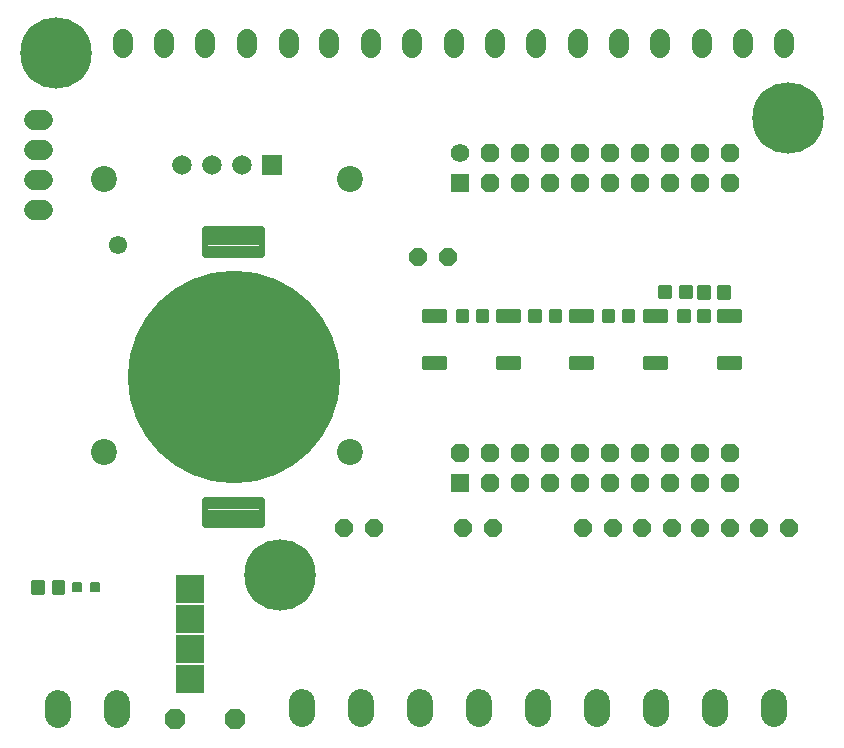
<source format=gbs>
G75*
%MOIN*%
%OFA0B0*%
%FSLAX24Y24*%
%IPPOS*%
%LPD*%
%AMOC8*
5,1,8,0,0,1.08239X$1,22.5*
%
%ADD10C,0.0858*%
%ADD11C,0.2380*%
%ADD12R,0.0940X0.0940*%
%ADD13C,0.0071*%
%ADD14C,0.0087*%
%ADD15OC8,0.0616*%
%ADD16R,0.0616X0.0616*%
%ADD17C,0.0616*%
%ADD18OC8,0.0572*%
%ADD19C,0.0653*%
%ADD20C,0.0088*%
%ADD21C,0.7088*%
%ADD22C,0.0213*%
%ADD23R,0.0653X0.0653*%
%ADD24C,0.0653*%
%ADD25C,0.0866*%
%ADD26OC8,0.0693*%
%ADD27C,0.0660*%
%ADD28C,0.0091*%
%ADD29C,0.0610*%
D10*
X002307Y002921D02*
X002307Y003311D01*
X004277Y003311D02*
X004277Y002921D01*
X010431Y002947D02*
X010431Y003337D01*
X012401Y003337D02*
X012401Y002947D01*
X014371Y002947D02*
X014371Y003337D01*
X016341Y003337D02*
X016341Y002947D01*
X018311Y002947D02*
X018311Y003337D01*
X020281Y003337D02*
X020281Y002947D01*
X022251Y002947D02*
X022251Y003337D01*
X024221Y003337D02*
X024221Y002947D01*
X026191Y002947D02*
X026191Y003337D01*
D11*
X009715Y007566D03*
X026644Y022814D03*
X002235Y024979D03*
D12*
X006715Y007118D03*
X006715Y006118D03*
X006715Y005118D03*
X006715Y004118D03*
D13*
X003398Y007030D02*
X003398Y007314D01*
X003682Y007314D01*
X003682Y007030D01*
X003398Y007030D01*
X003398Y007100D02*
X003682Y007100D01*
X003682Y007170D02*
X003398Y007170D01*
X003398Y007240D02*
X003682Y007240D01*
X003682Y007310D02*
X003398Y007310D01*
X002807Y007314D02*
X002807Y007030D01*
X002807Y007314D02*
X003091Y007314D01*
X003091Y007030D01*
X002807Y007030D01*
X002807Y007100D02*
X003091Y007100D01*
X003091Y007170D02*
X002807Y007170D01*
X002807Y007240D02*
X003091Y007240D01*
X003091Y007310D02*
X002807Y007310D01*
D14*
X002474Y006979D02*
X002126Y006979D01*
X002126Y007365D01*
X002474Y007365D01*
X002474Y006979D01*
X002474Y007065D02*
X002126Y007065D01*
X002126Y007151D02*
X002474Y007151D01*
X002474Y007237D02*
X002126Y007237D01*
X002126Y007323D02*
X002474Y007323D01*
X001804Y006979D02*
X001456Y006979D01*
X001456Y007365D01*
X001804Y007365D01*
X001804Y006979D01*
X001804Y007065D02*
X001456Y007065D01*
X001456Y007151D02*
X001804Y007151D01*
X001804Y007237D02*
X001456Y007237D01*
X001456Y007323D02*
X001804Y007323D01*
X015597Y016420D02*
X015945Y016420D01*
X015945Y016034D01*
X015597Y016034D01*
X015597Y016420D01*
X015597Y016120D02*
X015945Y016120D01*
X015945Y016206D02*
X015597Y016206D01*
X015597Y016292D02*
X015945Y016292D01*
X015945Y016378D02*
X015597Y016378D01*
X016267Y016420D02*
X016615Y016420D01*
X016615Y016034D01*
X016267Y016034D01*
X016267Y016420D01*
X016267Y016120D02*
X016615Y016120D01*
X016615Y016206D02*
X016267Y016206D01*
X016267Y016292D02*
X016615Y016292D01*
X016615Y016378D02*
X016267Y016378D01*
X018025Y016420D02*
X018373Y016420D01*
X018373Y016034D01*
X018025Y016034D01*
X018025Y016420D01*
X018025Y016120D02*
X018373Y016120D01*
X018373Y016206D02*
X018025Y016206D01*
X018025Y016292D02*
X018373Y016292D01*
X018373Y016378D02*
X018025Y016378D01*
X018695Y016420D02*
X019043Y016420D01*
X019043Y016034D01*
X018695Y016034D01*
X018695Y016420D01*
X018695Y016120D02*
X019043Y016120D01*
X019043Y016206D02*
X018695Y016206D01*
X018695Y016292D02*
X019043Y016292D01*
X019043Y016378D02*
X018695Y016378D01*
X020466Y016420D02*
X020814Y016420D01*
X020814Y016034D01*
X020466Y016034D01*
X020466Y016420D01*
X020466Y016120D02*
X020814Y016120D01*
X020814Y016206D02*
X020466Y016206D01*
X020466Y016292D02*
X020814Y016292D01*
X020814Y016378D02*
X020466Y016378D01*
X021136Y016420D02*
X021484Y016420D01*
X021484Y016034D01*
X021136Y016034D01*
X021136Y016420D01*
X021136Y016120D02*
X021484Y016120D01*
X021484Y016206D02*
X021136Y016206D01*
X021136Y016292D02*
X021484Y016292D01*
X021484Y016378D02*
X021136Y016378D01*
X022986Y016420D02*
X023334Y016420D01*
X023334Y016034D01*
X022986Y016034D01*
X022986Y016420D01*
X022986Y016120D02*
X023334Y016120D01*
X023334Y016206D02*
X022986Y016206D01*
X022986Y016292D02*
X023334Y016292D01*
X023334Y016378D02*
X022986Y016378D01*
X023655Y016420D02*
X024003Y016420D01*
X024003Y016034D01*
X023655Y016034D01*
X023655Y016420D01*
X023655Y016120D02*
X024003Y016120D01*
X024003Y016206D02*
X023655Y016206D01*
X023655Y016292D02*
X024003Y016292D01*
X024003Y016378D02*
X023655Y016378D01*
X023655Y017207D02*
X024003Y017207D01*
X024003Y016821D01*
X023655Y016821D01*
X023655Y017207D01*
X023655Y016907D02*
X024003Y016907D01*
X024003Y016993D02*
X023655Y016993D01*
X023655Y017079D02*
X024003Y017079D01*
X024003Y017165D02*
X023655Y017165D01*
X024325Y017207D02*
X024673Y017207D01*
X024673Y016821D01*
X024325Y016821D01*
X024325Y017207D01*
X024325Y016907D02*
X024673Y016907D01*
X024673Y016993D02*
X024325Y016993D01*
X024325Y017079D02*
X024673Y017079D01*
X024673Y017165D02*
X024325Y017165D01*
D15*
X024719Y020652D03*
X024719Y021652D03*
X023719Y021652D03*
X023719Y020652D03*
X022719Y020652D03*
X021719Y020652D03*
X021719Y021652D03*
X022719Y021652D03*
X020719Y021652D03*
X020719Y020652D03*
X019719Y020652D03*
X019719Y021652D03*
X018719Y021652D03*
X018719Y020652D03*
X017719Y020652D03*
X016719Y020652D03*
X016719Y021652D03*
X017719Y021652D03*
X017719Y011652D03*
X017719Y010652D03*
X016719Y010652D03*
X016719Y011652D03*
X015719Y011652D03*
X018719Y011652D03*
X018719Y010652D03*
X019719Y010652D03*
X020719Y010652D03*
X020719Y011652D03*
X019719Y011652D03*
X021719Y011652D03*
X021719Y010652D03*
X022719Y010652D03*
X023719Y010652D03*
X023719Y011652D03*
X022719Y011652D03*
X024719Y011652D03*
X024719Y010652D03*
D16*
X015719Y010652D03*
X015719Y020652D03*
D17*
X015719Y021652D03*
D18*
X015316Y018187D03*
X014316Y018187D03*
X012845Y009140D03*
X011845Y009140D03*
X015806Y009140D03*
X016806Y009140D03*
X019817Y009140D03*
X020817Y009140D03*
X021760Y009140D03*
X022760Y009140D03*
X023719Y009140D03*
X024719Y009140D03*
X025663Y009140D03*
X026663Y009140D03*
D19*
X026518Y025134D02*
X026518Y025430D01*
X025140Y025430D02*
X025140Y025134D01*
X023762Y025134D02*
X023762Y025430D01*
X022387Y025430D02*
X022387Y025134D01*
X021009Y025134D02*
X021009Y025430D01*
X019631Y025430D02*
X019631Y025134D01*
X018254Y025134D02*
X018254Y025430D01*
X016876Y025430D02*
X016876Y025134D01*
X015498Y025134D02*
X015498Y025430D01*
X014110Y025430D02*
X014110Y025134D01*
X012732Y025134D02*
X012732Y025430D01*
X011354Y025430D02*
X011354Y025134D01*
X009992Y025134D02*
X009992Y025430D01*
X008614Y025430D02*
X008614Y025134D01*
X007223Y025135D02*
X007223Y025431D01*
X005845Y025431D02*
X005845Y025135D01*
X004467Y025135D02*
X004467Y025431D01*
D20*
X015199Y016403D02*
X015199Y016051D01*
X014467Y016051D01*
X014467Y016403D01*
X015199Y016403D01*
X015199Y016138D02*
X014467Y016138D01*
X014467Y016225D02*
X015199Y016225D01*
X015199Y016312D02*
X014467Y016312D01*
X014467Y016399D02*
X015199Y016399D01*
X015199Y014828D02*
X015199Y014476D01*
X014467Y014476D01*
X014467Y014828D01*
X015199Y014828D01*
X015199Y014563D02*
X014467Y014563D01*
X014467Y014650D02*
X015199Y014650D01*
X015199Y014737D02*
X014467Y014737D01*
X014467Y014824D02*
X015199Y014824D01*
X017660Y014828D02*
X017660Y014476D01*
X016928Y014476D01*
X016928Y014828D01*
X017660Y014828D01*
X017660Y014563D02*
X016928Y014563D01*
X016928Y014650D02*
X017660Y014650D01*
X017660Y014737D02*
X016928Y014737D01*
X016928Y014824D02*
X017660Y014824D01*
X017660Y016051D02*
X017660Y016403D01*
X017660Y016051D02*
X016928Y016051D01*
X016928Y016403D01*
X017660Y016403D01*
X017660Y016138D02*
X016928Y016138D01*
X016928Y016225D02*
X017660Y016225D01*
X017660Y016312D02*
X016928Y016312D01*
X016928Y016399D02*
X017660Y016399D01*
X020120Y016403D02*
X020120Y016051D01*
X019388Y016051D01*
X019388Y016403D01*
X020120Y016403D01*
X020120Y016138D02*
X019388Y016138D01*
X019388Y016225D02*
X020120Y016225D01*
X020120Y016312D02*
X019388Y016312D01*
X019388Y016399D02*
X020120Y016399D01*
X020120Y014828D02*
X020120Y014476D01*
X019388Y014476D01*
X019388Y014828D01*
X020120Y014828D01*
X020120Y014563D02*
X019388Y014563D01*
X019388Y014650D02*
X020120Y014650D01*
X020120Y014737D02*
X019388Y014737D01*
X019388Y014824D02*
X020120Y014824D01*
X022581Y014828D02*
X022581Y014476D01*
X021849Y014476D01*
X021849Y014828D01*
X022581Y014828D01*
X022581Y014563D02*
X021849Y014563D01*
X021849Y014650D02*
X022581Y014650D01*
X022581Y014737D02*
X021849Y014737D01*
X021849Y014824D02*
X022581Y014824D01*
X022581Y016051D02*
X022581Y016403D01*
X022581Y016051D02*
X021849Y016051D01*
X021849Y016403D01*
X022581Y016403D01*
X022581Y016138D02*
X021849Y016138D01*
X021849Y016225D02*
X022581Y016225D01*
X022581Y016312D02*
X021849Y016312D01*
X021849Y016399D02*
X022581Y016399D01*
X025042Y016403D02*
X025042Y016051D01*
X024310Y016051D01*
X024310Y016403D01*
X025042Y016403D01*
X025042Y016138D02*
X024310Y016138D01*
X024310Y016225D02*
X025042Y016225D01*
X025042Y016312D02*
X024310Y016312D01*
X024310Y016399D02*
X025042Y016399D01*
X025042Y014828D02*
X025042Y014476D01*
X024310Y014476D01*
X024310Y014828D01*
X025042Y014828D01*
X025042Y014563D02*
X024310Y014563D01*
X024310Y014650D02*
X025042Y014650D01*
X025042Y014737D02*
X024310Y014737D01*
X024310Y014824D02*
X025042Y014824D01*
D21*
X008160Y014160D03*
D22*
X009098Y010078D02*
X009098Y009226D01*
X007222Y009226D01*
X007222Y010078D01*
X009098Y010078D01*
X009098Y009438D02*
X007222Y009438D01*
X007222Y009650D02*
X009098Y009650D01*
X009098Y009862D02*
X007222Y009862D01*
X007222Y010074D02*
X009098Y010074D01*
X009098Y018242D02*
X009098Y019094D01*
X009098Y018242D02*
X007222Y018242D01*
X007222Y019094D01*
X009098Y019094D01*
X009098Y018454D02*
X007222Y018454D01*
X007222Y018666D02*
X009098Y018666D01*
X009098Y018878D02*
X007222Y018878D01*
X007222Y019090D02*
X009098Y019090D01*
D23*
X009439Y021227D03*
D24*
X008439Y021227D03*
X007439Y021227D03*
X006439Y021227D03*
D25*
X003839Y020777D03*
X012039Y020777D03*
X012039Y011677D03*
X003839Y011677D03*
D26*
X006198Y002778D03*
X008198Y002778D03*
D27*
X001810Y019739D02*
X001510Y019739D01*
X001510Y020739D02*
X001810Y020739D01*
X001810Y021739D02*
X001510Y021739D01*
X001510Y022739D02*
X001810Y022739D01*
D28*
X022339Y017202D02*
X022703Y017202D01*
X022703Y016826D01*
X022339Y016826D01*
X022339Y017202D01*
X022339Y016916D02*
X022703Y016916D01*
X022703Y017006D02*
X022339Y017006D01*
X022339Y017096D02*
X022703Y017096D01*
X022703Y017186D02*
X022339Y017186D01*
X023028Y017202D02*
X023392Y017202D01*
X023392Y016826D01*
X023028Y016826D01*
X023028Y017202D01*
X023028Y016916D02*
X023392Y016916D01*
X023392Y017006D02*
X023028Y017006D01*
X023028Y017096D02*
X023392Y017096D01*
X023392Y017186D02*
X023028Y017186D01*
D29*
X004307Y018565D03*
M02*

</source>
